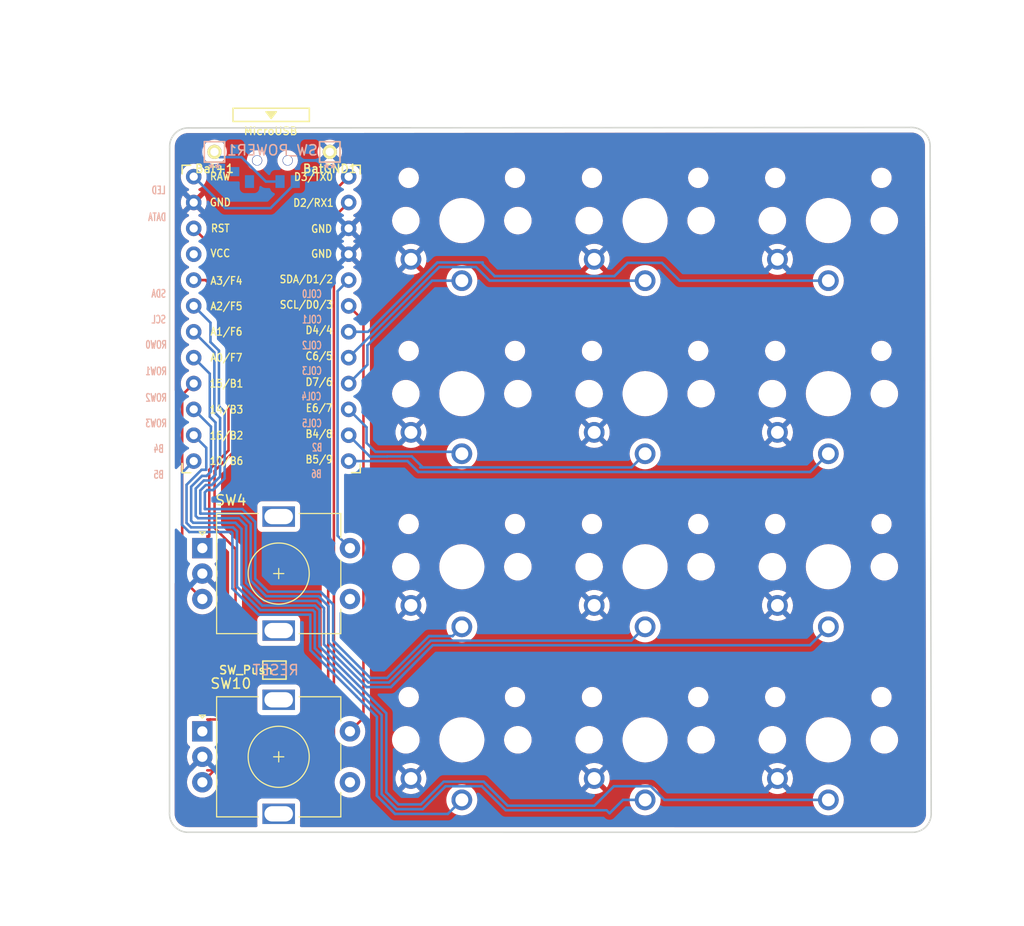
<source format=kicad_pcb>
(kicad_pcb (version 20211014) (generator pcbnew)
  (title_block (title "hypergolic") (date "2020-12-26") (rev "0.1") (company "broomlabs"))
  (layers (0 "F.Cu" signal) (31 "B.Cu" signal) (34 "B.Paste" user) (35 "F.Paste" user) (36 "B.SilkS" user "B.Silkscreen") (37 "F.SilkS" user "F.Silkscreen") (38 "B.Mask" user) (39 "F.Mask" user) (44 "Edge.Cuts" user))
  (net 0 "")
  (net 1 "reset")
  (net 2 "BT+")
  (net 3 "gnd")
  (net 4 "vcc")
  (net 5 "Switch18")
  (net 6 "Switch1")
  (net 7 "Switch2")
  (net 8 "Switch3")
  (net 9 "Switch4")
  (net 10 "Switch5")
  (net 11 "Switch6")
  (net 12 "Switch7")
  (net 13 "Switch8")
  (net 14 "Switch9")
  (net 15 "Switch10")
  (net 16 "Switch11")
  (net 17 "Switch12")
  (net 18 "Switch13")
  (net 19 "Switch14")
  (net 20 "Switch15")
  (net 21 "Switch16")
  (net 22 "Switch17")
  (net 24 "raw")
  (footprint "kbd:ProMicro_v3" (layer "F.Cu") (at 96.27 111.16)
    (fp_text reference "U1" hide)
    (fp_text value "ProMicro-kbd" hide)
    (fp_text user "LED" (at -11.049 -13.1445) (layer "B.SilkS") (effects (font (size 0.75 0.5) (thickness 0.125)) (justify mirror)))
    (fp_text user "ROW3" (at -11.3 9.75) (layer "B.SilkS") (effects (font (size 0.75 0.5) (thickness 0.125)) (justify mirror)))
    (fp_text user "COL4" (at 3.95 7.112) (layer "B.SilkS") (effects (font (size 0.75 0.5) (thickness 0.125)) (justify mirror)))
    (fp_text user "COL1" (at 4 -0.4445) (layer "B.SilkS") (effects (font (size 0.75 0.5) (thickness 0.125)) (justify mirror)))
    (fp_text user "B4" (at -11.049 12.2555) (layer "B.SilkS") (effects (font (size 0.75 0.5) (thickness 0.125)) (justify mirror)))
    (fp_text user "B6" (at 4.445 14.732) (layer "B.SilkS") (effects (font (size 0.75 0.5) (thickness 0.125)) (justify mirror)))
    (fp_text user "DATA" (at -11.2 -10.5) (layer "B.SilkS") (effects (font (size 0.75 0.5) (thickness 0.125)) (justify mirror)))
    (fp_text user "COL2" (at 4 2.1) (layer "B.SilkS") (effects (font (size 0.75 0.5) (thickness 0.125)) (justify mirror)))
    (fp_text user "ROW2" (at -11.3 7.239) (layer "B.SilkS") (effects (font (size 0.75 0.5) (thickness 0.125)) (justify mirror)))
    (fp_text user "B2" (at 4.5085 12.1285) (layer "B.SilkS") (effects (font (size 0.75 0.5) (thickness 0.125)) (justify mirror)))
    (fp_text user "ROW1" (at -11.3 4.6355) (layer "B.SilkS") (effects (font (size 0.75 0.5) (thickness 0.125)) (justify mirror)))
    (fp_text user "COL0" (at 4 -2.95) (layer "B.SilkS") (effects (font (size 0.75 0.5) (thickness 0.125)) (justify mirror)))
    (fp_text user "SCL" (at -11.049 -0.4445) (layer "B.SilkS") (effects (font (size 0.75 0.5) (thickness 0.125)) (justify mirror)))
    (fp_text user "B5" (at -11.049 14.7955) (layer "B.SilkS") (effects (font (size 0.75 0.5) (thickness 0.125)) (justify mirror)))
    (fp_text user "COL5" (at 4 9.75) (layer "B.SilkS") (effects (font (size 0.75 0.5) (thickness 0.125)) (justify mirror)))
    (fp_text user "COL3" (at 4 4.6) (layer "B.SilkS") (effects (font (size 0.75 0.5) (thickness 0.125)) (justify mirror)))
    (fp_text user "SDA" (at -11.049 -2.9845) (layer "B.SilkS") (effects (font (size 0.75 0.5) (thickness 0.125)) (justify mirror)))
    (fp_text user "ROW0" (at -11.3 2.032) (layer "B.SilkS") (effects (font (size 0.75 0.5) (thickness 0.125)) (justify mirror)))
    (fp_text user "E6/7" (at 4.705 8.25 unlocked) (layer "F.SilkS") (effects (font (size 0.75 0.67) (thickness 0.125))))
    (fp_text user "D3/TX0" (at 4.155 -14.45 unlocked) (layer "F.SilkS") (effects (font (size 0.75 0.67) (thickness 0.125))))
    (fp_text user "B4/8" (at 4.705 10.8 unlocked) (layer "F.SilkS") (effects (font (size 0.75 0.67) (thickness 0.125))))
    (fp_text user "D4/4" (at 4.705 0.6 unlocked) (layer "F.SilkS") (effects (font (size 0.75 0.67) (thickness 0.125))))
    (fp_text user "A3/F4" (at -4.395 -4.25 unlocked) (layer "F.SilkS") (effects (font (size 0.75 0.67) (thickness 0.125))))
    (fp_text user "A2/F5" (at -4.395 -1.75 unlocked) (layer "F.SilkS") (effects (font (size 0.75 0.67) (thickness 0.125))))
    (fp_text user "MicroUSB" (at -0.05 -18.95) (layer "F.SilkS") (effects (font (size 0.75 0.75) (thickness 0.12))))
    (fp_text user "10/B6" (at -4.395 13.45 unlocked) (layer "F.SilkS") (effects (font (size 0.75 0.67) (thickness 0.125))))
    (fp_text user "D7/6" (at 4.705 5.7 unlocked) (layer "F.SilkS") (effects (font (size 0.75 0.67) (thickness 0.125))))
    (fp_text user "SDA/D1/2" (at 3.455 -4.4 unlocked) (layer "F.SilkS") (effects (font (size 0.75 0.67) (thickness 0.125))))
    (fp_text user "14/B3" (at -4.395 8.4 unlocked) (layer "F.SilkS") (effects (font (size 0.75 0.67) (thickness 0.125))))
    (fp_text user "MicroUSB" (at -0.05 -18.95) (layer "F.SilkS") (effects (font (size 0.75 0.75) (thickness 0.12))))
    (fp_text user "A1/F6" (at -4.395 0.75 unlocked) (layer "F.SilkS") (effects (font (size 0.75 0.67) (thickness 0.125))))
    (fp_text user "16/B2" (at -4.395 10.95 unlocked) (layer "F.SilkS") (effects (font (size 0.75 0.67) (thickness 0.125))))
    (fp_text user "GND" (at 4.955 -6.9 unlocked) (layer "F.SilkS") (effects (font (size 0.75 0.67) (thickness 0.125))))
    (fp_text user "SCL/D0/3" (at 3.455 -1.9 unlocked) (layer "F.SilkS") (effects (font (size 0.75 0.67) (thickness 0.125))))
    (fp_text user "B5/9" (at 4.705 13.3 unlocked) (layer "F.SilkS") (effects (font (size 0.75 0.67) (thickness 0.125))))
    (fp_text user "RAW" (at -4.995 -14.5 unlocked) (layer "F.SilkS") (effects (font (size 0.75 0.67) (thickness 0.125))))
    (fp_text user "15/B1" (at -4.395 5.85 unlocked) (layer "F.SilkS") (effects (font (size 0.75 0.67) (thickness 0.125))))
    (fp_text user "GND" (at -4.995 -11.95 unlocked) (layer "F.SilkS") (effects (font (size 0.75 0.67) (thickness 0.125))))
    (fp_text user "D2/RX1" (at 4.155 -11.9 unlocked) (layer "F.SilkS") (effects (font (size 0.75 0.67) (thickness 0.125))))
    (fp_text user "A0/F7" (at -4.395 3.3 unlocked) (layer "F.SilkS") (effects (font (size 0.75 0.67) (thickness 0.125))))
    (fp_text user "C6/5" (at 4.705 3.15 unlocked) (layer "F.SilkS") (effects (font (size 0.75 0.67) (thickness 0.125))))
    (fp_text user "VCC" (at -4.995 -6.95 unlocked) (layer "F.SilkS") (effects (font (size 0.75 0.67) (thickness 0.125))))
    (fp_text user "RST" (at -4.995 -9.4 unlocked) (layer "F.SilkS") (effects (font (size 0.75 0.67) (thickness 0.125))))
    (fp_text user "GND" (at 4.955 -9.35 unlocked) (layer "F.SilkS") (effects (font (size 0.75 0.67) (thickness 0.125))))
    (fp_line (start 0 -20.2) (end -0.5 -20.85) (layer "F.SilkS") (width 0.15))
    (fp_line (start 8.75 13.75) (end 8.75 14.6) (layer "F.SilkS") (width 0.15))
    (fp_line (start -8.75 13.7) (end -8.75 14.6) (layer "F.SilkS") (width 0.15))
    (fp_line (start 0.5 -20.85) (end 0 -20.2) (layer "F.SilkS") (width 0.15))
    (fp_line (start 8.75 14.6) (end 7.89 14.6) (layer "F.SilkS") (width 0.15))
    (fp_line (start -0.5 -20.85) (end 0.5 -20.85) (layer "F.SilkS") (width 0.15))
    (fp_line (start -8.75 -15.6) (end -7.9 -15.6) (layer "F.SilkS") (width 0.15))
    (fp_line (start -8.75 14.6) (end -7.9 14.6) (layer "F.SilkS") (width 0.15))
    (fp_line (start 8.75 -15.6) (end 8.75 -14.75) (layer "F.SilkS") (width 0.15))
    (fp_line (start -0.35 -20.7) (end 0.35 -20.7) (layer "F.SilkS") (width 0.15))
    (fp_line (start 3.75 -21.2) (end -3.75 -21.2) (layer "F.SilkS") (width 0.15))
    (fp_line (start 3.75 -19.9) (end 3.75 -21.2) (layer "F.SilkS") (width 0.15))
    (fp_line (start -8.75 -15.6) (end -8.75 -14.75) (layer "F.SilkS") (width 0.15))
    (fp_line (start -3.75 -21.2) (end -3.75 -19.9) (layer "F.SilkS") (width 0.15))
    (fp_line (start -0.15 -20.4) (end 0.15 -20.4) (layer "F.SilkS") (width 0.15))
    (fp_line (start -3.75 -19.9) (end 3.75 -19.9) (layer "F.SilkS") (width 0.15))
    (fp_line (start 8.75 -15.6) (end 7.95 -15.6) (layer "F.SilkS") (width 0.15))
    (fp_line (start -0.25 -20.55) (end 0.25 -20.55) (layer "F.SilkS") (width 0.15))
    (pad "1" thru_hole circle locked (at 7.6114 -14.478) (size 1.524 1.524) (drill 0.8128) (layers *.Cu "B.Mask") (net 15 "Switch10"))
    (pad "2" thru_hole circle locked (at 7.6114 -11.938) (size 1.524 1.524) (drill 0.8128) (layers *.Cu "B.Mask") (net 5 "Switch18"))
    (pad "3" thru_hole circle locked (at 7.6114 -9.398) (size 1.524 1.524) (drill 0.8128) (layers *.Cu "B.Mask") (net 3 "gnd"))
    (pad "4" thru_hole circle locked (at 7.6114 -6.858) (size 1.524 1.524) (drill 0.8128) (layers *.Cu "B.Mask") (net 3 "gnd"))
    (pad "5" thru_hole circle locked (at 7.6114 -4.318) (size 1.524 1.524) (drill 0.8128) (layers *.Cu "B.Mask") (net 16 "Switch11"))
    (pad "6" thru_hole circle locked (at 7.6114 -1.778) (size 1.524 1.524) (drill 0.8128) (layers *.Cu "B.Mask") (net 17 "Switch12"))
    (pad "7" thru_hole circle locked (at 7.6114 0.762) (size 1.524 1.524) (drill 0.8128) (layers *.Cu "B.Mask") (net 18 "Switch13"))
    (pad "8" thru_hole circle locked (at 7.6114 3.302) (size 1.524 1.524) (drill 0.8128) (layers *.Cu "B.Mask") (net 19 "Switch14"))
    (pad "9" thru_hole circle locked (at 7.6114 5.842) (size 1.524 1.524) (drill 0.8128) (layers *.Cu "B.Mask") (net 6 "Switch1"))
    (pad "10" thru_hole circle locked (at 7.6114 8.382) (size 1.524 1.524) (drill 0.8128) (layers *.Cu "B.Mask") (net 20 "Switch15"))
    (pad "11" thru_hole circle locked (at 7.6114 10.922) (size 1.524 1.524) (drill 0.8128) (layers *.Cu "B.Mask") (net 21 "Switch16"))
    (pad "12" thru_hole circle locked (at 7.6114 13.462) (size 1.524 1.524) (drill 0.8128) (layers *.Cu "B.Mask") (net 22 "Switch17"))
    (pad "13" thru_hole circle locked (at -7.6086 13.462) (size 1.524 1.524) (drill 0.8128) (layers *.Cu "B.Mask") (net 14 "Switch9"))
    (pad "14" thru_hole circle locked (at -7.6086 10.922) (size 1.524 1.524) (drill 0.8128) (layers *.Cu "B.Mask") (net 13 "Switch8"))
    (pad "15" thru_hole circle locked (at -7.6086 8.382) (size 1.524 1.524) (drill 0.8128) (layers *.Cu "B.Mask") (net 12 "Switch7"))
    (pad "16" thru_hole circle locked (at -7.6086 5.842) (size 1.524 1.524) (drill 0.8128) (layers *.Cu "B.Mask") (net 11 "Switch6"))
    (pad "17" thru_hole circle locked (at -7.6086 3.302) (size 1.524 1.524) (drill 0.8128) (layers *.Cu "B.Mask") (net 7 "Switch2"))
    (pad "18" thru_hole circle locked (at -7.6086 0.762) (size 1.524 1.524) (drill 0.8128) (layers *.Cu "B.Mask") (net 8 "Switch3"))
    (pad "19" thru_hole circle locked (at -7.6086 -1.778) (size 1.524 1.524) (drill 0.8128) (layers *.Cu "B.Mask") (net 9 "Switch4"))
    (pad "20" thru_hole circle locked (at -7.6086 -4.318) (size 1.524 1.524) (drill 0.8128) (layers *.Cu "B.Mask") (net 10 "Switch5"))
    (pad "21" thru_hole circle locked (at -7.6086 -6.858) (size 1.524 1.524) (drill 0.8128) (layers *.Cu "B.Mask") (net 4 "vcc"))
    (pad "22" thru_hole circle locked (at -7.6086 -9.398) (size 1.524 1.524) (drill 0.8128) (layers *.Cu "B.Mask") (net 1 "reset"))
    (pad "23" thru_hole circle locked (at -7.6086 -11.938) (size 1.524 1.524) (drill 0.8128) (layers *.Cu "B.Mask") (net 3 "gnd"))
    (pad "24" thru_hole circle locked (at -7.6086 -14.478) (size 1.524 1.524) (drill 0.8128) (layers *.Cu "B.Mask") (net 24 "raw"))
  )
  (footprint "Rotary_Encoder:RotaryEncoder_Alps_EC11E-Switch_Vertical_H20mm" (layer "F.Cu") (at 89.51 133.17)
    (fp_text reference "SW4" (at 2.8 -4.7) (layer "F.SilkS"))
    (fp_text value "RotaryEncoder_Switch")
    (fp_line (start 7.5 2) (end 7.5 3) (layer "F.SilkS") (width 0.12))
    (fp_line (start 7 2.5) (end 8 2.5) (layer "F.SilkS") (width 0.12))
    (fp_line (start 13.6 6) (end 13.6 8.4) (layer "F.SilkS") (width 0.12))
    (fp_line (start 0.3 -1.6) (end 0 -1.3) (layer "F.SilkS") (width 0.12))
    (fp_line (start 0 -1.3) (end -0.3 -1.6) (layer "F.SilkS") (width 0.12))
    (fp_line (start 9.5 -3.4) (end 13.6 -3.4) (layer "F.SilkS") (width 0.12))
    (fp_line (start 5.5 -3.4) (end 1.4 -3.4) (layer "F.SilkS") (width 0.12))
    (fp_line (start 5.5 8.4) (end 1.4 8.4) (layer "F.SilkS") (width 0.12))
    (fp_line (start -0.3 -1.6) (end 0.3 -1.6) (layer "F.SilkS") (width 0.12))
    (fp_line (start 13.6 -3.4) (end 13.6 -1) (layer "F.SilkS") (width 0.12))
    (fp_line (start 13.6 8.4) (end 9.5 8.4) (layer "F.SilkS") (width 0.12))
    (fp_line (start 13.6 1.2) (end 13.6 3.8) (layer "F.SilkS") (width 0.12))
    (fp_line (start 1.4 -3.4) (end 1.4 8.4) (layer "F.SilkS") (width 0.12))
    (fp_circle (center 7.5 2.5) (end 10.5 2.5) (layer "F.SilkS") (width 0.12) (fill none))
    (pad "A" thru_hole rect locked (at 0 0) (size 2 2) (drill 1) (layers *.Cu *.Mask) (net 10 "Switch5"))
    (pad "B" thru_hole circle locked (at 0 5) (size 2 2) (drill 1) (layers *.Cu *.Mask) (net 11 "Switch6"))
    (pad "C" thru_hole circle locked (at 0 2.5) (size 2 2) (drill 1) (layers *.Cu *.Mask) (net 3 "gnd"))
    (pad "MP" thru_hole rect locked (at 7.5 8.1) (size 3.2 2) (drill oval 2.8 1.5) (layers *.Cu *.Mask))
    (pad "MP" thru_hole rect locked (at 7.5 -3.1) (size 3.2 2) (drill oval 2.8 1.5) (layers *.Cu *.Mask))
    (pad "S1" thru_hole circle locked (at 14.5 5) (size 2 2) (drill 1) (layers *.Cu *.Mask))
    (pad "S2" thru_hole circle locked (at 14.5 0) (size 2 2) (drill 1) (layers *.Cu *.Mask) (net 16 "Switch11"))
  )
  (footprint "Kailh:SW_PG1350_single_b2" (layer "F.Cu") (at 115 135)
    (fp_text reference "SW8")
    (fp_text value "SW_Push")
    (pad "" np_thru_hole circle locked (at 0 0) (size 3.429 3.429) (drill 3.429) (layers *.Cu *.Mask))
    (pad "" np_thru_hole circle locked (at 5.22 -4.2) (size 0.9906 0.9906) (drill 0.9906) (layers *.Cu *.Mask))
    (pad "" np_thru_hole circle locked (at -5.5 0) (size 1.7018 1.7018) (drill 1.7018) (layers *.Cu *.Mask))
    (pad "" np_thru_hole circle locked (at 5.5 0) (size 1.7018 1.7018) (drill 1.7018) (layers *.Cu *.Mask))
    (pad "" np_thru_hole circle locked (at -5.22 -4.2) (size 0.9906 0.9906) (drill 0.9906) (layers *.Cu *.Mask))
    (pad "1" thru_hole circle locked (at 0 5.9) (size 2.032 2.032) (drill 1.27) (layers *.Cu *.Mask) (net 9 "Switch4"))
    (pad "2" thru_hole circle locked (at -5 3.8) (size 2.032 2.032) (drill 1.27) (layers *.Cu *.Mask) (net 3 "gnd"))
  )
  (footprint "Kailh:SW_PG1350_single_b2" (layer "F.Cu") (at 115 101)
    (fp_text reference "SW1")
    (fp_text value "SW_Push")
    (pad "" np_thru_hole circle locked (at -5.5 0) (size 1.7018 1.7018) (drill 1.7018) (layers *.Cu *.Mask))
    (pad "" np_thru_hole circle locked (at -5.22 -4.2) (size 0.9906 0.9906) (drill 0.9906) (layers *.Cu *.Mask))
    (pad "" np_thru_hole circle locked (at 5.5 0) (size 1.7018 1.7018) (drill 1.7018) (layers *.Cu *.Mask))
    (pad "" np_thru_hole circle locked (at 0 0) (size 3.429 3.429) (drill 3.429) (layers *.Cu *.Mask))
    (pad "" np_thru_hole circle locked (at 5.22 -4.2) (size 0.9906 0.9906) (drill 0.9906) (layers *.Cu *.Mask))
    (pad "1" thru_hole circle locked (at 0 5.9) (size 2.032 2.032) (drill 1.27) (layers *.Cu *.Mask) (net 6 "Switch1"))
    (pad "2" thru_hole circle locked (at -5 3.8) (size 2.032 2.032) (drill 1.27) (layers *.Cu *.Mask) (net 3 "gnd"))
  )
  (footprint "Kailh:SW_PG1350_single_b2" (layer "F.Cu") (at 115 118)
    (fp_text reference "SW5")
    (fp_text value "SW_Push")
    (pad "" np_thru_hole circle locked (at -5.5 0) (size 1.7018 1.7018) (drill 1.7018) (layers *.Cu *.Mask))
    (pad "" np_thru_hole circle locked (at 0 0) (size 3.429 3.429) (drill 3.429) (layers *.Cu *.Mask))
    (pad "" np_thru_hole circle locked (at -5.22 -4.2) (size 0.9906 0.9906) (drill 0.9906) (layers *.Cu *.Mask))
    (pad "" np_thru_hole circle locked (at 5.22 -4.2) (size 0.9906 0.9906) (drill 0.9906) (layers *.Cu *.Mask))
    (pad "" np_thru_hole circle locked (at 5.5 0) (size 1.7018 1.7018) (drill 1.7018) (layers *.Cu *.Mask))
    (pad "1" thru_hole circle locked (at 0 5.9) (size 2.032 2.032) (drill 1.27) (layers *.Cu *.Mask) (net 20 "Switch15"))
    (pad "2" thru_hole circle locked (at -5 3.8) (size 2.032 2.032) (drill 1.27) (layers *.Cu *.Mask) (net 3 "gnd"))
  )
  (footprint "kbd:Jumper" (layer "F.Cu") (at 96.59 145.15)
    (fp_text reference "RSW1" hide)
    (fp_text value "SW_Push" (at -2.794 0) (layer "F.SilkS") (effects (font (size 0.8128 0.8128))))
    (fp_text user "RESET" (at 0.127 0) (layer "B.SilkS") (effects (justify mirror)))
    (fp_line (start -1.143 -0.889) (end 1.143 -0.889) (layer "F.SilkS") (width 0.15))
    (fp_line (start 1.143 -0.889) (end 1.143 0.889) (layer "F.SilkS") (width 0.15))
    (fp_line (start 1.143 0.889) (end -1.143 0.889) (layer "F.SilkS") (width 0.15))
    (fp_line (start -1.143 0.889) (end -1.143 -0.889) (layer "F.SilkS") (width 0.15))
    (pad "1" smd rect locked (at -0.50038 0) (size 0.635 1.143) (layers "F.Cu" "F.Paste" "F.Mask") (net 3 "gnd") (clearance 0.1905))
    (pad "2" smd rect locked (at 0.50038 0) (size 0.635 1.143) (layers "F.Cu" "F.Paste" "F.Mask") (net 1 "reset") (clearance 0.1905))
  )
  (footprint "Kailh:SW_PG1350_single_b2" (layer "F.Cu") (at 151 135)
    (fp_text reference "SW11")
    (fp_text value "SW_Push")
    (pad "" np_thru_hole circle locked (at 0 0) (size 3.429 3.429) (drill 3.429) (layers *.Cu *.Mask))
    (pad "" np_thru_hole circle locked (at -5.22 -4.2) (size 0.9906 0.9906) (drill 0.9906) (layers *.Cu *.Mask))
    (pad "" np_thru_hole circle locked (at 5.22 -4.2) (size 0.9906 0.9906) (drill 0.9906) (layers *.Cu *.Mask))
    (pad "" np_thru_hole circle locked (at 5.5 0) (size 1.7018 1.7018) (drill 1.7018) (layers *.Cu *.Mask))
    (pad "" np_thru_hole circle locked (at -5.5 0) (size 1.7018 1.7018) (drill 1.7018) (layers *.Cu *.Mask))
    (pad "1" thru_hole circle locked (at 0 5.9) (size 2.032 2.032) (drill 1.27) (layers *.Cu *.Mask) (net 7 "Switch2"))
    (pad "2" thru_hole circle locked (at -5 3.8) (size 2.032 2.032) (drill 1.27) (layers *.Cu *.Mask) (net 3 "gnd"))
  )
  (footprint "Kailh:SW_PG1350_single_b2" (layer "F.Cu") (at 115 152)
    (fp_text reference "SW12")
    (fp_text value "SW_Push")
    (pad "" np_thru_hole circle locked (at 5.5 0) (size 1.7018 1.7018) (drill 1.7018) (layers *.Cu *.Mask))
    (pad "" np_thru_hole circle locked (at 0 0) (size 3.429 3.429) (drill 3.429) (layers *.Cu *.Mask))
    (pad "" np_thru_hole circle locked (at 5.22 -4.2) (size 0.9906 0.9906) (drill 0.9906) (layers *.Cu *.Mask))
    (pad "" np_thru_hole circle locked (at -5.5 0) (size 1.7018 1.7018) (drill 1.7018) (layers *.Cu *.Mask))
    (pad "" np_thru_hole circle locked (at -5.22 -4.2) (size 0.9906 0.9906) (drill 0.9906) (layers *.Cu *.Mask))
    (pad "1" thru_hole circle locked (at 0 5.9) (size 2.032 2.032) (drill 1.27) (layers *.Cu *.Mask) (net 14 "Switch9"))
    (pad "2" thru_hole circle locked (at -5 3.8) (size 2.032 2.032) (drill 1.27) (layers *.Cu *.Mask) (net 3 "gnd"))
  )
  (footprint "Kailh:SW_PG1350_single_b2" (layer "F.Cu") (at 133 135)
    (fp_text reference "SW9")
    (fp_text value "SW_Push")
    (pad "" np_thru_hole circle locked (at 5.22 -4.2) (size 0.9906 0.9906) (drill 0.9906) (layers *.Cu *.Mask))
    (pad "" np_thru_hole circle locked (at 0 0) (size 3.429 3.429) (drill 3.429) (layers *.Cu *.Mask))
    (pad "" np_thru_hole circle locked (at -5.5 0) (size 1.7018 1.7018) (drill 1.7018) (layers *.Cu *.Mask))
    (pad "" np_thru_hole circle locked (at -5.22 -4.2) (size 0.9906 0.9906) (drill 0.9906) (layers *.Cu *.Mask))
    (pad "" np_thru_hole circle locked (at 5.5 0) (size 1.7018 1.7018) (drill 1.7018) (layers *.Cu *.Mask))
    (pad "1" thru_hole circle locked (at 0 5.9) (size 2.032 2.032) (drill 1.27) (layers *.Cu *.Mask) (net 8 "Switch3"))
    (pad "2" thru_hole circle locked (at -5 3.8) (size 2.032 2.032) (drill 1.27) (layers *.Cu *.Mask) (net 3 "gnd"))
  )
  (footprint "Rotary_Encoder:RotaryEncoder_Alps_EC11E-Switch_Vertical_H20mm" (layer "F.Cu") (at 89.51 151.17)
    (fp_text reference "SW10" (at 2.8 -4.7) (layer "F.SilkS"))
    (fp_text value "RotaryEncoder_Switch")
    (fp_line (start 13.6 8.4) (end 9.5 8.4) (layer "F.SilkS") (width 0.12))
    (fp_line (start 9.5 -3.4) (end 13.6 -3.4) (layer "F.SilkS") (width 0.12))
    (fp_line (start 0.3 -1.6) (end 0 -1.3) (layer "F.SilkS") (width 0.12))
    (fp_line (start 5.5 -3.4) (end 1.4 -3.4) (layer "F.SilkS") (width 0.12))
    (fp_line (start 13.6 6) (end 13.6 8.4) (layer "F.SilkS") (width 0.12))
    (fp_line (start 1.4 -3.4) (end 1.4 8.4) (layer "F.SilkS") (width 0.12))
    (fp_line (start 0 -1.3) (end -0.3 -1.6) (layer "F.SilkS") (width 0.12))
    (fp_line (start 7.5 2) (end 7.5 3) (layer "F.SilkS") (width 0.12))
    (fp_line (start 5.5 8.4) (end 1.4 8.4) (layer "F.SilkS") (width 0.12))
    (fp_line (start 13.6 1.2) (end 13.6 3.8) (layer "F.SilkS") (width 0.12))
    (fp_line (start -0.3 -1.6) (end 0.3 -1.6) (layer "F.SilkS") (width 0.12))
    (fp_line (start 7 2.5) (end 8 2.5) (layer "F.SilkS") (width 0.12))
    (fp_line (start 13.6 -3.4) (end 13.6 -1) (layer "F.SilkS") (width 0.12))
    (fp_circle (center 7.5 2.5) (end 10.5 2.5) (layer "F.SilkS") (width 0.12) (fill none))
    (pad "A" thru_hole rect locked (at 0 0) (size 2 2) (drill 1) (layers *.Cu *.Mask) (net 15 "Switch10"))
    (pad "B" thru_hole circle locked (at 0 5) (size 2 2) (drill 1) (layers *.Cu *.Mask) (net 5 "Switch18"))
    (pad "C" thru_hole circle locked (at 0 2.5) (size 2 2) (drill 1) (layers *.Cu *.Mask) (net 3 "gnd"))
    (pad "MP" thru_hole rect locked (at 7.5 8.1) (size 3.2 2) (drill oval 2.8 1.5) (layers *.Cu *.Mask))
    (pad "MP" thru_hole rect locked (at 7.5 -3.1) (size 3.2 2) (drill oval 2.8 1.5) (layers *.Cu *.Mask))
    (pad "S1" thru_hole circle locked (at 14.5 5) (size 2 2) (drill 1) (layers *.Cu *.Mask))
    (pad "S2" thru_hole circle locked (at 14.5 0) (size 2 2) (drill 1) (layers *.Cu *.Mask) (net 17 "Switch12"))
  )
  (footprint "kbd:1pin_conn" (layer "F.Cu") (at 102.03 94.25)
    (fp_text reference "BatGND1" (at 0 1.651) (layer "F.SilkS") (effects (font (size 0.8128 0.8128))))
    (fp_text value "MountingHole_Pad" hide)
    (fp_text user "**" (at 0 1.651) (layer "B.SilkS") (effects (font (size 0.8128 0.8128)) (justify mirror)))
    (fp_line (start -1 1) (end -1 -1) (layer "B.SilkS") (width 0.15))
    (fp_line (start 1 -1) (end 1 1) (layer "B.SilkS") (width 0.15))
    (fp_line (start 1 1) (end -1 1) (layer "B.SilkS") (width 0.15))
    (fp_line (start -1 -1) (end 1 -1) (layer "B.SilkS") (width 0.15))
    (fp_line (start 1 1) (end 1 -1) (layer "F.SilkS") (width 0.15))
    (fp_line (start -1 -1) (end -1 1) (layer "F.SilkS") (width 0.15))
    (fp_line (start -1 1) (end 1 1) (layer "F.SilkS") (width 0.15))
    (fp_line (start 1 -1) (end -1 -1) (layer "F.SilkS") (width 0.15))
    (pad "1" thru_hole circle locked (at 0 0) (size 1.397 1.397) (drill 0.8128) (layers *.Cu *.Mask "F.SilkS") (net 3 "gnd"))
  )
  (footprint "Kailh:SW_PG1350_single_b2" (layer "F.Cu") (at 151 101)
    (fp_text reference "SW3")
    (fp_text value "SW_Push")
    (pad "" np_thru_hole circle locked (at 5.5 0) (size 1.7018 1.7018) (drill 1.7018) (layers *.Cu *.Mask))
    (pad "" np_thru_hole circle locked (at -5.22 -4.2) (size 0.9906 0.9906) (drill 0.9906) (layers *.Cu *.Mask))
    (pad "" np_thru_hole circle locked (at 0 0) (size 3.429 3.429) (drill 3.429) (layers *.Cu *.Mask))
    (pad "" np_thru_hole circle locked (at -5.5 0) (size 1.7018 1.7018) (drill 1.7018) (layers *.Cu *.Mask))
    (pad "" np_thru_hole circle locked (at 5.22 -4.2) (size 0.9906 0.9906) (drill 0.9906) (layers *.Cu *.Mask))
    (pad "1" thru_hole circle locked (at 0 5.9) (size 2.032 2.032) (drill 1.27) (layers *.Cu *.Mask) (net 18 "Switch13"))
    (pad "2" thru_hole circle locked (at -5 3.8) (size 2.032 2.032) (drill 1.27) (layers *.Cu *.Mask) (net 3 "gnd"))
  )
  (footprint "kbd:1pin_conn" (layer "F.Cu") (at 90.7 94.25)
    (fp_text reference "Bat+1" (at 0 1.651) (layer "F.SilkS") (effects (font (size 0.8128 0.8128))))
    (fp_text value "MountingHole_Pad" hide)
    (fp_text user "**" (at 0 1.651) (layer "B.SilkS") (effects (font (size 0.8128 0.8128)) (justify mirror)))
    (fp_line (start -1 1) (end -1 -1) (layer "B.SilkS") (width 0.15))
    (fp_line (start 1 1) (end -1 1) (layer "B.SilkS") (width 0.15))
    (fp_line (start -1 -1) (end 1 -1) (layer "B.SilkS") (width 0.15))
    (fp_line (start 1 -1) (end 1 1) (layer "B.SilkS") (width 0.15))
    (fp_line (start 1 -1) (end -1 -1) (layer "F.SilkS") (width 0.15))
    (fp_line (start -1 -1) (end -1 1) (layer "F.SilkS") (width 0.15))
    (fp_line (start 1 1) (end 1 -1) (layer "F.SilkS") (width 0.15))
    (fp_line (start -1 1) (end 1 1) (layer "F.SilkS") (width 0.15))
    (pad "1" thru_hole circle locked (at 0 0) (size 1.397 1.397) (drill 0.8128) (layers *.Cu *.Mask "F.SilkS") (net 2 "BT+"))
  )
  (footprint "Kailh:SW_PG1350_single_b2" (layer "F.Cu") (at 133 152)
    (fp_text reference "SW13")
    (fp_text value "SW_Push")
    (pad "" np_thru_hole circle locked (at -5.5 0) (size 1.7018 1.7018) (drill 1.7018) (layers *.Cu *.Mask))
    (pad "" np_thru_hole circle locked (at -5.22 -4.2) (size 0.9906 0.9906) (drill 0.9906) (layers *.Cu *.Mask))
    (pad "" np_thru_hole circle locked (at 5.22 -4.2) (size 0.9906 0.9906) (drill 0.9906) (layers *.Cu *.Mask))
    (pad "" np_thru_hole circle locked (at 5.5 0) (size 1.7018 1.7018) (drill 1.7018) (layers *.Cu *.Mask))
    (pad "" np_thru_hole circle locked (at 0 0) (size 3.429 3.429) (drill 3.429) (layers *.Cu *.Mask))
    (pad "1" thru_hole circle locked (at 0 5.9) (size 2.032 2.032) (drill 1.27) (layers *.Cu *.Mask) (net 13 "Switch8"))
    (pad "2" thru_hole circle locked (at -5 3.8) (size 2.032 2.032) (drill 1.27) (layers *.Cu *.Mask) (net 3 "gnd"))
  )
  (footprint "Kailh:SW_PG1350_single_b2" (layer "F.Cu") (at 151 152)
    (fp_text reference "SW14")
    (fp_text value "SW_Push")
    (pad "" np_thru_hole circle locked (at 5.22 -4.2) (size 0.9906 0.9906) (drill 0.9906) (layers *.Cu *.Mask))
    (pad "" np_thru_hole circle locked (at 5.5 0) (size 1.7018 1.7018) (drill 1.7018) (layers *.Cu *.Mask))
    (pad "" np_thru_hole circle locked (at 0 0) (size 3.429 3.429) (drill 3.429) (layers *.Cu *.Mask))
    (pad "" np_thru_hole circle locked (at -5.22 -4.2) (size 0.9906 0.9906) (drill 0.9906) (layers *.Cu *.Mask))
    (pad "" np_thru_hole circle locked (at -5.5 0) (size 1.7018 1.7018) (drill 1.7018) (layers *.Cu *.Mask))
    (pad "1" thru_hole circle locked (at 0 5.9) (size 2.032 2.032) (drill 1.27) (layers *.Cu *.Mask) (net 12 "Switch7"))
    (pad "2" thru_hole circle locked (at -5 3.8) (size 2.032 2.032) (drill 1.27) (layers *.Cu *.Mask) (net 3 "gnd"))
  )
  (footprint "Kailh:SW_PG1350_single_b2" (layer "F.Cu") (at 133 101)
    (fp_text reference "SW2")
    (fp_text value "SW_Push")
    (pad "" np_thru_hole circle locked (at 5.5 0) (size 1.7018 1.7018) (drill 1.7018) (layers *.Cu *.Mask))
    (pad "" np_thru_hole circle locked (at -5.5 0) (size 1.7018 1.7018) (drill 1.7018) (layers *.Cu *.Mask))
    (pad "" np_thru_hole circle locked (at 0 0) (size 3.429 3.429) (drill 3.429) (layers *.Cu *.Mask))
    (pad "" np_thru_hole circle locked (at 5.22 -4.2) (size 0.9906 0.9906) (drill 0.9906) (layers *.Cu *.Mask))
    (pad "" np_thru_hole circle locked (at -5.22 -4.2) (size 0.9906 0.9906) (drill 0.9906) (layers *.Cu *.Mask))
    (pad "1" thru_hole circle locked (at 0 5.9) (size 2.032 2.032) (drill 1.27) (layers *.Cu *.Mask) (net 19 "Switch14"))
    (pad "2" thru_hole circle locked (at -5 3.8) (size 2.032 2.032) (drill 1.27) (layers *.Cu *.Mask) (net 3 "gnd"))
  )
  (footprint "Kailh:SW_PG1350_single_b2" (layer "F.Cu") (at 151 118)
    (fp_text reference "SW7")
    (fp_text value "SW_Push")
    (pad "" np_thru_hole circle locked (at 0 0) (size 3.429 3.429) (drill 3.429) (layers *.Cu *.Mask))
    (pad "" np_thru_hole circle locked (at 5.5 0) (size 1.7018 1.7018) (drill 1.7018) (layers *.Cu *.Mask))
    (pad "" np_thru_hole circle locked (at -5.22 -4.2) (size 0.9906 0.9906) (drill 0.9906) (layers *.Cu *.Mask))
    (pad "" np_thru_hole circle locked (at 5.22 -4.2) (size 0.9906 0.9906) (drill 0.9906) (layers *.Cu *.Mask))
    (pad "" np_thru_hole circle locked (at -5.5 0) (size 1.7018 1.7018) (drill 1.7018) (layers *.Cu *.Mask))
    (pad "1" thru_hole circle locked (at 0 5.9) (size 2.032 2.032) (drill 1.27) (layers *.Cu *.Mask) (net 22 "Switch17"))
    (pad "2" thru_hole circle locked (at -5 3.8) (size 2.032 2.032) (drill 1.27) (layers *.Cu *.Mask) (net 3 "gnd"))
  )
  (footprint "Kailh:SW_PG1350_single_b2" (layer "F.Cu") (at 133 118)
    (fp_text reference "SW6")
    (fp_text value "SW_Push")
    (pad "" np_thru_hole circle locked (at 5.22 -4.2) (size 0.9906 0.9906) (drill 0.9906) (layers *.Cu *.Mask))
    (pad "" np_thru_hole circle locked (at 0 0) (size 3.429 3.429) (drill 3.429) (layers *.Cu *.Mask))
    (pad "" np_thru_hole circle locked (at 5.5 0) (size 1.7018 1.7018) (drill 1.7018) (layers *.Cu *.Mask))
    (pad "" np_thru_hole circle locked (at -5.22 -4.2) (size 0.9906 0.9906) (drill 0.9906) (layers *.Cu *.Mask))
    (pad "" np_thru_hole circle locked (at -5.5 0) (size 1.7018 1.7018) (drill 1.7018) (layers *.Cu *.Mask))
    (pad "1" thru_hole circle locked (at 0 5.9) (size 2.032 2.032) (drill 1.27) (layers *.Cu *.Mask) (net 21 "Switch16"))
    (pad "2" thru_hole circle locked (at -5 3.8) (size 2.032 2.032) (drill 1.27) (layers *.Cu *.Mask) (net 3 "gnd"))
  )
  (footprint "Kailh:SPDT_C128955" (layer "B.Cu") (at 96.39 95.09 180)
    (fp_text reference "SW_POWER1" (at 0 1) (layer "B.SilkS") (effects (justify mirror)))
    (fp_text value "SW_SPDT")
    (pad "" np_thru_hole circle locked (at -1.5 0 180) (size 1 1) (drill 0.9) (layers *.Cu *.Mask))
    (pad "" np_thru_hole circle locked (at 1.5 0 180) (size 1 1) (drill 0.9) (layers *.Cu *.Mask))
    (pad "0" smd rect locked (at 3.7 1.1 180) (size 0.9 0.9) (layers "B.Cu" "B.Paste" "B.Mask"))
    (pad "0" smd rect locked (at -3.7 -1.1 180) (size 0.9 0.9) (layers "B.Cu" "B.Paste" "B.Mask"))
    (pad "0" smd rect locked (at 3.7 -1.1 180) (size 0.9 0.9) (layers "B.Cu" "B.Paste" "B.Mask"))
    (pad "0" smd rect locked (at -3.7 1.1 180) (size 0.9 0.9) (layers "B.Cu" "B.Paste" "B.Mask"))
    (pad "1" smd rect locked (at 2.25 -2.075 180) (size 0.9 1.25) (layers "B.Cu" "B.Paste" "B.Mask"))
    (pad "2" smd rect locked (at -0.75 -2.075 180) (size 0.9 1.25) (layers "B.Cu" "B.Paste" "B.Mask") (net 2 "BT+"))
    (pad "3" smd rect locked (at -2.25 -2.075 180) (size 0.9 1.25) (layers "B.Cu" "B.Paste" "B.Mask") (net 24 "raw"))
  )
  (gr_arc (start 88.166218 161.080953) (mid 86.819999 160.55) (end 86.286091 159.20495) (layer "Edge.Cuts") (width 0.15))
  (gr_line (start 161.100953 159.203782) (end 160.993909 93.72505) (layer "Edge.Cuts") (width 0.15))
  (gr_line (start 86.299047 93.776218) (end 86.286091 159.20495) (layer "Edge.Cuts") (width 0.15))
  (gr_line (start 88.166218 161.080953) (end 159.22495 161.083909) (layer "Edge.Cuts") (width 0.15))
  (gr_line (start 159.113782 91.849047) (end 88.17505 91.896091) (layer "Edge.Cuts") (width 0.15))
  (gr_arc (start 86.299047 93.776218) (mid 86.83 92.429999) (end 88.17505 91.896091) (layer "Edge.Cuts") (width 0.15))
  (gr_arc (start 159.113782 91.849047) (mid 160.460001 92.38) (end 160.993909 93.72505) (layer "Edge.Cuts") (width 0.15))
  (gr_arc (start 161.100953 159.203782) (mid 160.57 160.550001) (end 159.22495 161.083909) (layer "Edge.Cuts") (width 0.15))
  (segment (start 92.77 123.91) (end 92.385718 123.91) (width 0.25) (layer "F.Cu") (net 1))
  (segment (start 92.77 105.8706) (end 92.77 123.91) (width 0.25) (layer "F.Cu") (net 1))
  (segment (start 96.83 143.8) (end 97.33 144.3) (width 0.25) (layer "F.Cu") (net 1))
  (segment (start 97.09038 145.15) (end 97.09038 144.53962) (width 0.25) (layer "F.Cu") (net 1))
  (segment (start 92.77 142) (end 92.67 142.1) (width 0.25) (layer "F.Cu") (net 1))
  (segment (start 92.385718 123.91) (end 90.71 125.585718) (width 0.25) (layer "F.Cu") (net 1))
  (segment (start 97.33 144.3) (end 97.486511 144.456511) (width 0.25) (layer "F.Cu") (net 1))
  (segment (start 92.77 133.25) (end 92.77 142) (width 0.25) (layer "F.Cu") (net 1))
  (segment (start 97.09038 144.53962) (end 97.33 144.3) (width 0.25) (layer "F.Cu") (net 1))
  (segment (start 90.71 125.585718) (end 90.71 131.19) (width 0.25) (layer "F.Cu") (net 1))
  (segment (start 90.71 131.19) (end 92.77 133.25) (width 0.25) (layer "F.Cu") (net 1))
  (segment (start 94.37 143.8) (end 96.83 143.8) (width 0.25) (layer "F.Cu") (net 1))
  (segment (start 88.6614 101.762) (end 92.77 105.8706) (width 0.25) (layer "F.Cu") (net 1))
  (segment (start 92.67 142.1) (end 94.37 143.8) (width 0.25) (layer "F.Cu") (net 1))
  (segment (start 97.14 97.165) (end 95.750489 97.165) (width 0.25) (layer "B.Cu") (net 2))
  (segment (start 95.750489 97.165) (end 93.35 94.764511) (width 0.25) (layer "B.Cu") (net 2))
  (segment (start 91.214511 94.764511) (end 90.7 94.25) (width 0.25) (layer "B.Cu") (net 2))
  (segment (start 93.35 94.764511) (end 91.214511 94.764511) (width 0.25) (layer "B.Cu") (net 2))
  (segment (start 91.92 155) (end 90.68 155) (width 0.25) (layer "F.Cu") (net 5))
  (segment (start 102.43 151.76) (end 99.19 155) (width 0.25) (layer "F.Cu") (net 5))
  (segment (start 91.92 155) (end 90 155) (width 0.25) (layer "F.Cu") (net 5))
  (segment (start 90.68 155) (end 89.51 156.17) (width 0.25) (layer "F.Cu") (net 5))
  (segment (start 99.19 155) (end 91.92 155) (width 0.25) (layer "F.Cu") (net 5))
  (segment (start 103.8814 99.222) (end 102.43 100.6734) (width 0.25) (layer "F.Cu") (net 5))
  (segment (start 102.43 100.6734) (end 102.43 151.76) (width 0.25) (layer "F.Cu") (net 5))
  (segment (start 105.724559 113.254559) (end 105.724559 115.158841) (width 0.25) (layer "B.Cu") (net 6))
  (segment (start 105.724559 115.158841) (end 103.8814 117.002) (width 0.25) (layer "B.Cu") (net 6))
  (segment (start 103.8814 117.57717) (end 103.8814 117.002) (width 0.25) (layer "B.Cu") (net 6))
  (segment (start 115 106.9) (end 112.079118 106.9) (width 0.25) (layer "B.Cu") (net 6))
  (segment (start 112.079118 106.9) (end 105.724559 113.254559) (width 0.25) (layer "B.Cu") (net 6))
  (segment (start 93.808559 130.978559) (end 93.808559 136.581405) (width 0.25) (layer "B.Cu") (net 7))
  (segment (start 88.6614 114.462) (end 90.24 116.0406) (width 0.25) (layer "B.Cu") (net 7))
  (segment (start 90.24 120.26) (end 90.802839 120.822839) (width 0.25) (layer "B.Cu") (net 7))
  (segment (start 90.232621 126.527379) (end 89.654057 126.527379) (width 0.25) (layer "B.Cu") (net 7))
  (segment (start 101.458559 142.631405) (end 105.647154 146.82) (width 0.25) (layer "B.Cu") (net 7))
  (segment (start 95.588594 138.36144) (end 100.751916 138.361441) (width 0.25) (layer "B.Cu") (net 7))
  (segment (start 88.85856 127.322876) (end 88.85856 130.01) (width 0.25) (layer "B.Cu") (net 7))
  (segment (start 88.85856 130.01) (end 89.081661 130.233101) (width 0.25) (layer "B.Cu") (net 7))
  (segment (start 101.45856 139.068086) (end 101.458559 139.440481) (width 0.25) (layer "B.Cu") (net 7))
  (segment (start 108.02904 146.82) (end 112.13952 142.70952) (width 0.25) (layer "B.Cu") (net 7))
  (segment (start 112.13952 142.70952) (end 149.19048 142.70952) (width 0.25) (layer "B.Cu") (net 7))
  (segment (start 101.458559 139.440481) (end 101.458559 142.631405) (width 0.25) (layer "B.Cu") (net 7))
  (segment (start 105.647154 146.82) (end 108.02904 146.82) (width 0.25) (layer "B.Cu") (net 7))
  (segment (start 149.19048 142.70952) (end 151 140.9) (width 0.25) (layer "B.Cu") (net 7))
  (segment (start 89.654057 126.527379) (end 88.85856 127.322876) (width 0.25) (layer "B.Cu") (net 7))
  (segment (start 90.802838 125.957162) (end 90.232621 126.527379) (width 0.25) (layer "B.Cu") (net 7))
  (segment (start 93.063101 130.233101) (end 93.808559 130.978559) (width 0.25) (layer "B.Cu") (net 7))
  (segment (start 100.751916 138.361441) (end 101.45856 139.068086) (width 0.25) (layer "B.Cu") (net 7))
  (segment (start 90.802839 120.822839) (end 90.802838 125.957162) (width 0.25) (layer "B.Cu") (net 7))
  (segment (start 93.808559 136.581405) (end 95.588594 138.36144) (width 0.25) (layer "B.Cu") (net 7))
  (segment (start 90.24 116.0406) (end 90.24 120.26) (width 0.25) (layer "B.Cu") (net 7))
  (segment (start 89.081661 130.233101) (end 93.063101 130.233101) (width 0.25) (layer "B.Cu") (net 7))
  (segment (start 100.926192 137.9) (end 101.908079 138.881887) (width 0.25) (layer "B.Cu") (net 8))
  (segment (start 89.321661 129.783581) (end 93.253097 129.783581) (width 0.25) (layer "B.Cu") (net 8))
  (segment (start 105.833352 146.37048) (end 107.842842 146.37048) (width 0.25) (layer "B.Cu") (net 8))
  (segment (start 131.64 142.26) (end 133 140.9) (width 0.25) (layer "B.Cu") (net 8))
  (segment (start 91.252358 126.14336) (end 90.418819 126.976899) (width 0.25) (layer "B.Cu") (net 8))
  (segment (start 95.788079 137.9) (end 100.926192 137.9) (width 0.25) (layer "B.Cu") (net 8))
  (segment (start 90.68952 119.82) (end 91.252359 120.382839) (width 0.25) (layer "B.Cu") (net 8))
  (segment (start 90.418819 126.976899) (end 89.840255 126.976899) (width 0.25) (layer "B.Cu") (net 8))
  (segment (start 101.908079 142.445207) (end 105.833352 146.37048) (width 0.25) (layer "B.Cu") (net 8))
  (segment (start 111.953322 142.26) (end 131.64 142.26) (width 0.25) (layer "B.Cu") (net 8))
  (segment (start 93.253097 129.783581) (end 94.258079 130.788563) (width 0.25) (layer "B.Cu") (net 8))
  (segment (start 94.258079 130.788563) (end 94.258079 136.37) (width 0.25) (layer "B.Cu") (net 8))
  (segment (start 89.30808 127.509074) (end 89.30808 129.77) (width 0.25) (layer "B.Cu") (net 8))
  (segment (start 88.6614 111.922) (end 90.68952 113.95012) (width 0.25) (layer "B.Cu") (net 8))
  (segment (start 89.30808 129.77) (end 89.321661 129.783581) (width 0.25) (layer "B.Cu") (net 8))
  (segment (start 90.68952 113.95012) (end 90.68952 119.82) (width 0.25) (layer "B.Cu") (net 8))
  (segment (start 89.840255 126.976899) (end 89.30808 127.509074) (width 0.25) (layer "B.Cu") (net 8))
  (segment (start 107.842842 146.37048) (end 111.953322 142.26) (width 0.25) (layer "B.Cu") (net 8))
  (segment (start 94.258079 136.37) (end 95.788079 137.9) (width 0.25) (layer "B.Cu") (net 8))
  (segment (start 101.908079 138.881887) (end 101.908079 142.445207) (width 0.25) (layer "B.Cu") (net 8))
  (segment (start 91.252359 120.382839) (end 91.252358 126.14336) (width 0.25) (layer "B.Cu") (net 8))
  (segment (start 93.439295 129.334061) (end 94.707599 130.602366) (width 0.25) (layer "B.Cu") (net 9))
  (segment (start 94.707599 130.602366) (end 94.707599 133.902401) (width 0.25) (layer "B.Cu") (net 9))
  (segment (start 89.764061 129.334061) (end 93.439295 129.334061) (width 0.25) (layer "B.Cu") (net 9))
  (segment (start 91.13904 113.763923) (end 91.13904 119.23) (width 0.25) (layer "B.Cu") (net 9))
  (segment (start 102.357599 142.259009) (end 106.01955 145.92096) (width 0.25) (layer "B.Cu") (net 9))
  (segment (start 115 140.9) (end 114.08952 141.81048) (width 0.25) (layer "B.Cu") (net 9))
  (segment (start 91.701879 119.792839) (end 91.701878 126.329558) (width 0.25) (layer "B.Cu") (net 9))
  (segment (start 90.565 127.466436) (end 89.986436 127.466436) (width 0.25) (layer "B.Cu") (net 9))
  (segment (start 89.986436 127.466436) (end 89.7576 127.695272) (width 0.25) (layer "B.Cu") (net 9))
  (segment (start 95.974277 137.45048) (end 101.112389 137.45048) (width 0.25) (layer "B.Cu") (net 9))
  (segment (start 114.08952 141.81048) (end 111.97952 141.81048) (width 0.25) (layer "B.Cu") (net 9))
  (segment (start 94.707599 136.183802) (end 95.974277 137.45048) (width 0.25) (layer "B.Cu") (net 9))
  (segment (start 94.707599 133.902401) (end 94.707599 136.183802) (width 0.25) (layer "B.Cu") (net 9))
  (segment (start 101.112389 137.45048) (end 102.357599 138.69569) (width 0.25) (layer "B.Cu") (net 9))
  (segment (start 111.767124 141.81048) (end 111.97952 141.81048) (width 0.25) (layer "B.Cu") (net 9))
  (segment (start 88.6614 109.382) (end 90.307559 111.028159) (width 0.25) (layer "B.Cu") (net 9))
  (segment (start 94.707599 133.902401) (end 94.707599 134.127599) (width 0.25) (layer "B.Cu") (net 9))
  (segment (start 91.701878 126.329558) (end 90.565 127.466436) (width 0.25) (layer "B.Cu") (net 9))
  (segment (start 90.307559 112.932441) (end 91.13904 113.763923) (width 0.25) (layer "B.Cu") (net 9))
  (segment (start 89.7576 129.3276) (end 89.764061 129.334061) (width 0.25) (layer "B.Cu") (net 9))
  (segment (start 89.7576 127.695272) (end 89.7576 129.3276) (width 0.25) (layer "B.Cu") (net 9))
  (segment (start 102.357599 138.69569) (end 102.357599 142.259009) (width 0.25) (layer "B.Cu") (net 9))
  (segment (start 91.13904 119.23) (end 91.701879 119.792839) (width 0.25) (layer "B.Cu") (net 9))
  (segment (start 107.656644 145.92096) (end 111.767124 141.81048) (width 0.25) (layer "B.Cu") (net 9))
  (segment (start 106.01955 145.92096) (end 107.656644 145.92096) (width 0.25) (layer "B.Cu") (net 9))
  (segment (start 90.307559 111.028159) (end 90.307559 112.932441) (width 0.25) (layer "B.Cu") (net 9))
  (segment (start 90.19 125.47) (end 90.19 132) (width 0.25) (layer "F.Cu") (net 10))
  (segment (start 90.19 132) (end 90 132) (width 0.25) (layer "F.Cu") (net 10))
  (segment (start 89.51 133.17) (end 89.51 132.68) (width 0.25) (layer "F.Cu") (net 10))
  (segment (start 92.08 109.1) (end 92.08 123.58) (width 0.25) (layer "F.Cu") (net 10))
  (segment (start 89.51 132.68) (end 90.19 132) (width 0.25) (layer "F.Cu") (net 10))
  (segment (start 88.6614 106.842) (end 89.822 106.842) (width 0.25) (layer "F.Cu") (net 10))
  (segment (start 92.08 123.58) (end 90.19 125.47) (width 0.25) (layer "F.Cu") (net 10))
  (segment (start 89.822 106.842) (end 92.08 109.1) (width 0.25) (layer "F.Cu") (net 10))
  (segment (start 87.53 135.65) (end 87.53 136.19) (width 0.25) (layer "F.Cu") (net 11))
  (segment (start 87.53 118.1334) (end 87.53 135.65) (width 0.25) (layer "F.Cu") (net 11))
  (segment (start 88.6614 117.002) (end 87.53 118.1334) (width 0.25) (layer "F.Cu") (net 11))
  (segment (start 87.53 136.19) (end 89.51 138.17) (width 0.25) (layer "F.Cu") (net 11))
  (segment (start 90.353319 121.233919) (end 90.353319 125.652398) (width 0.25) (layer "B.Cu") (net 12))
  (segment (start 88.6614 119.542) (end 90.353319 121.233919) (width 0.25) (layer "B.Cu") (net 12))
  (segment (start 88.40904 130.48) (end 88.611661 130.682621) (width 0.25) (layer "B.Cu") (net 12))
  (segment (start 93.35904 136.767604) (end 95.402396 138.81096) (width 0.25) (layer "B.Cu") (net 12))
  (segment (start 95.402396 138.81096) (end 100.565718 138.81096) (width 0.25) (layer "B.Cu") (net 12))
  (segment (start 88.611661 130.682621) (end 92.756778 130.682621) (width 0.25) (layer "B.Cu") (net 12))
  (segment (start 106.791436 148.6) (end 106.791436 148.601436) (width 0.25) (layer "B.Cu") (net 12))
  (segment (start 119.49722 158.47048) (end 128.01952 158.47048) (width 0.25) (layer "B.Cu") (net 12))
  (segment (start 107.570718 157.139282) (end 108.775718 158.344282) (width 0.25) (layer "B.Cu") (net 12))
  (segment (start 89.467859 126.077859) (end 88.40904 127.136678) (width 0.25) (layer "B.Cu") (net 12))
  (segment (start 101.00904 139.254283) (end 101.00904 142.817604) (width 0.25) (layer "B.Cu") (net 12))
  (segment (start 133.555259 156.559489) (end 129.930511 156.559489) (width 0.25) (layer "B.Cu") (net 12))
  (segment (start 117.136709 156.109969) (end 119.49722 158.47048) (width 0.25) (layer "B.Cu") (net 12))
  (segment (start 93.359039 131.284881) (end 93.35904 136.767604) (width 0.25) (layer "B.Cu") (net 12))
  (segment (start 89.927858 126.077859) (end 89.467859 126.077859) (width 0.25) (layer "B.Cu") (net 12))
  (segment (start 90.353319 125.652398) (end 89.927858 126.077859) (width 0.25) (layer "B.Cu") (net 12))
  (segment (start 106.791436 148.601436) (end 107.58 149.39) (width 0.25) (layer "B.Cu") (net 12))
  (segment (start 101.00904 142.817604) (end 106.791436 148.6) (width 0.25) (layer "B.Cu") (net 12))
  (segment (start 107.58 157.13) (end 107.570718 157.139282) (width 0.25) (layer "B.Cu") (net 12))
  (segment (start 113.214313 156.109969) (end 117.136709 156.109969) (width 0.25) (layer "B.Cu") (net 12))
  (segment (start 100.565718 138.81096) (end 101.00904 139.254283) (width 0.25) (layer "B.Cu") (net 12))
  (segment (start 88.40904 127.136678) (end 88.40904 130.48) (width 0.25) (layer "B.Cu") (net 12))
  (segment (start 129.105 157.385) (end 129.03952 157.45048) (width 0.25) (layer "B.Cu") (net 12))
  (segment (start 107.58 149.39) (end 107.58 157.13) (width 0.25) (layer "B.Cu") (net 12))
  (segment (start 92.756778 130.682621) (end 93.359039 131.284881) (width 0.25) (layer "B.Cu") (net 12))
  (segment (start 129.930511 156.559489) (end 129.105 157.385) (width 0.25) (layer "B.Cu") (net 12))
  (segment (start 110.98 158.344282) (end 113.214313 156.109969) (width 0.25) (layer "B.Cu") (net 12))
  (segment (start 108.775718 158.344282) (end 110.98 158.344282) (width 0.25) (layer "B.Cu") (net 12))
  (segment (start 134.89577 157.9) (end 133.555259 156.559489) (width 0.25) (layer "B.Cu") (net 12))
  (segment (start 151 157.9) (end 134.89577 157.9) (width 0.25) (layer "B.Cu") (net 12))
  (segment (start 128.01952 158.47048) (end 129.105 157.385) (width 0.25) (layer "B.Cu") (net 12))
  (segment (start 92.527859 131.132141) (end 92.90952 131.513803) (width 0.25) (layer "B.Cu") (net 13))
  (segment (start 87.95952 130.693802) (end 88.397859 131.132141) (width 0.25) (layer "B.Cu") (net 13))
  (segment (start 130.83 157.9) (end 133 157.9) (width 0.25) (layer "B.Cu") (net 13))
  (segment (start 107.12 149.565718) (end 107.12 157.324282) (width 0.25) (layer "B.Cu") (net 13))
  (segment (start 89.4347 125.4753) (end 87.95952 126.95048) (width 0.25) (layer "B.Cu") (net 13))
  (segment (start 87.95952 126.95048) (end 87.95952 130.693802) (width 0.25) (layer "B.Cu") (net 13))
  (segment (start 113.400511 156.559489) (end 116.950511 156.559489) (width 0.25) (layer "B.Cu") (net 13))
  (segment (start 100.37952 139.26048) (end 100.55952 139.44048) (width 0.25) (layer "B.Cu") (net 13))
  (segment (start 108.607859 158.812141) (end 111.147859 158.812141) (width 0.25) (layer "B.Cu") (net 13))
  (segment (start 89.8947 125.4753) (end 89.4347 125.4753) (width 0.25) (layer "B.Cu") (net 13))
  (segment (start 89.8947 123.3153) (end 89.8947 125.4753) (width 0.25) (layer "B.Cu") (net 13))
  (segment (start 105.10952 147.553802) (end 105.10952 147.555238) (width 0.25) (layer "B.Cu") (net 13))
  (segment (start 88.6614 122.082) (end 89.8947 123.3153) (width 0.25) (layer "B.Cu") (net 13))
  (segment (start 119.311022 158.92) (end 129.21 158.92) (width 0.25) (layer "B.Cu") (net 13))
  (segment (start 92.90952 136.953802) (end 95.216198 139.26048) (width 0.25) (layer "B.Cu") (net 13))
  (segment (start 95.216198 139.26048) (end 100.37952 139.26048) (width 0.25) (layer "B.Cu") (net 13))
  (segment (start 92.90952 131.513803) (end 92.90952 136.953802) (width 0.25) (layer "B.Cu") (net 13))
  (segment (start 129.21 158.92) (end 129.51 159.22) (width 0.25) (layer "B.Cu") (net 13))
  (segment (start 88.397859 131.132141) (end 92.527859 131.132141) (width 0.25) (layer "B.Cu") (net 13))
  (segment (start 100.55952 143.003802) (end 105.10952 147.553802) (width 0.25) (layer "B.Cu") (net 13))
  (segment (start 116.950511 156.559489) (end 119.311022 158.92) (width 0.25) (layer "B.Cu") (net 13))
  (segment (start 111.147859 158.812141) (end 113.400511 156.559489) (width 0.25) (layer "B.Cu") (net 13))
  (segment (start 105.10952 147.555238) (end 107.12 149.565718) (width 0.25) (layer "B.Cu") (net 13))
  (segment (start 107.12 157.324282) (end 108.607859 158.812141) (width 0.25) (layer "B.Cu") (net 13))
  (segment (start 100.55952 139.44048) (end 100.55952 143.003802) (width 0.25) (layer "B.Cu") (net 13))
  (segment (start 129.51 159.22) (end 130.83 157.9) (width 0.25) (layer "B.Cu") (net 13))
  (segment (start 92.46 131.7) (end 92.46 137.14) (width 0.25) (layer "B.Cu") (net 14))
  (segment (start 106.65 157.49) (end 108.44 159.28) (width 0.25) (layer "B.Cu") (net 14))
  (segment (start 88.22 131.59) (end 92.35 131.59) (width 0.25) (layer "B.Cu") (net 14))
  (segment (start 108.44 159.28) (end 113.62 159.28) (width 0.25) (layer "B.Cu") (net 14))
  (segment (start 87.51 130.88) (end 88.22 131.59) (width 0.25) (layer "B.Cu") (net 14))
  (segment (start 104.66 147.74) (end 104.66 147.75) (width 0.25) (layer "B.Cu") (net 14))
  (segment (start 92.46 137.14) (end 95.03 139.71) (width 0.25) (layer "B.Cu") (net 14))
  (segment (start 104.66 147.75) (end 106.65 149.74) (width 0.25) (layer "B.Cu") (net 14))
  (segment (start 92.35 131.59) (end 92.46 131.7) (width 0.25) (layer "B.Cu") (net 14))
  (segment (start 113.62 159.28) (end 115 157.9) (width 0.25) (layer "B.Cu") (net 14))
  (segment (start 88.6614 124.622) (end 87.51 125.7734) (width 0.25) (layer "B.Cu") (net 14))
  (segment (start 87.51 125.7734) (end 87.51 130.88) (width 0.25) (layer "B.Cu") (net 14))
  (segment (start 100.11 143.19) (end 104.66 147.74) (width 0.25) (layer "B.Cu") (net 14))
  (segment (start 95.03 139.71) (end 100.11 139.71) (width 0.25) (layer "B.Cu") (net 14))
  (segment (start 100.11 139.71) (end 100.11 143.19) (width 0.25) (layer "B.Cu") (net 14))
  (segment (start 106.65 149.74) (end 106.65 157.49) (width 0.25) (layer "B.Cu") (net 14))
  (segment (start 89.51 150.77) (end 90.28 150) (width 0.25) (layer "F.Cu") (net 15))
  (segment (start 101.87 98.6934) (end 101.87 147.72) (width 0.25) (layer "F.Cu") (net 15))
  (segment (start 101.87 147.72) (end 99.59 150) (width 0.25) (layer "F.Cu") (net 15))
  (segment (start 99.59 150) (end 90.28 150) (width 0.25) (layer "F.Cu") (net 15))
  (segment (start 90.28 150) (end 90 150) (width 0.25) (layer "F.Cu") (net 15))
  (segment (start 103.8814 96.682) (end 101.87 98.6934) (width 0.25) (layer "F.Cu") (net 15))
  (segment (start 89.51 151.17) (end 89.51 150.77) (width 0.25) (layer "F.Cu") (net 15))
  (segment (start 102.794889 131.954889) (end 102.794889 107.928511) (width 0.25) (layer "B.Cu") (net 16))
  (segment (start 102.794889 107.928511) (end 103.8814 106.842) (width 0.25) (layer "B.Cu") (net 16))
  (segment (start 104.01 133.17) (end 102.794889 131.954889) (width 0.25) (layer "B.Cu") (net 16))
  (segment (start 105.334511 110.835111) (end 103.8814 109.382) (width 0.25) (layer "F.Cu") (net 17))
  (segment (start 105.334511 149.845489) (end 105.334511 110.835111) (width 0.25) (layer "F.Cu") (net 17))
  (segment (start 104.01 151.17) (end 105.334511 149.845489) (width 0.25) (layer "F.Cu") (net 17))
  (segment (start 117.040031 105.270031) (end 117.040031 105.109969) (width 0.25) (layer "B.Cu") (net 18))
  (segment (start 118.22048 106.45048) (end 117.040031 105.270031) (width 0.25) (layer "B.Cu") (net 18))
  (segment (start 151 106.9) (end 136.4 106.9) (width 0.25) (layer "B.Cu") (net 18))
  (segment (start 129.98952 106.45048) (end 118.22048 106.45048) (width 0.25) (layer "B.Cu") (net 18))
  (segment (start 105.785682 111.922) (end 103.8814 111.922) (width 0.25) (layer "B.Cu") (net 18))
  (segment (start 131.29 105.15) (end 129.98952 106.45048) (width 0.25) (layer "B.Cu") (net 18))
  (segment (start 112.597713 105.109969) (end 105.785682 111.922) (width 0.25) (layer "B.Cu") (net 18))
  (segment (start 134.65 105.15) (end 131.29 105.15) (width 0.25) (layer "B.Cu") (net 18))
  (segment (start 136.4 106.9) (end 134.65 105.15) (width 0.25) (layer "B.Cu") (net 18))
  (segment (start 117.040031 105.109969) (end 112.597713 105.109969) (width 0.25) (layer "B.Cu") (net 18))
  (segment (start 116.389489 105.559489) (end 117.73 106.9) (width 0.25) (layer "B.Cu") (net 19))
  (segment (start 112.783911 105.559489) (end 116.389489 105.559489) (width 0.25) (layer "B.Cu") (net 19))
  (segment (start 103.8814 114.462) (end 112.783911 105.559489) (width 0.25) (layer "B.Cu") (net 19))
  (segment (start 117.73 106.9) (end 133 106.9) (width 0.25) (layer "B.Cu") (net 19))
  (segment (start 115 123.9) (end 114.81048 123.71048) (width 0.25) (layer "B.Cu") (net 20))
  (segment (start 105.6397 122.8397) (end 105.6397 121.3003) (width 0.25) (layer "B.Cu") (net 20))
  (segment (start 106.51048 123.71048) (end 105.6397 122.8397) (width 0.25) (layer "B.Cu") (net 20))
  (segment (start 105.6397 121.3003) (end 103.8814 119.542) (width 0.25) (layer "B.Cu") (net 20))
  (segment (start 114.81048 123.71048) (end 106.51048 123.71048) (width 0.25) (layer "B.Cu") (net 20))
  (segment (start 133 123.9) (end 131.659489 125.240511) (width 0.25) (layer "B.Cu") (net 21))
  (segment (start 111.159489 125.240511) (end 110.909023 125.240511) (width 0.25) (layer "B.Cu") (net 21))
  (segment (start 105.97188 124.17248) (end 107.65752 124.17248) (width 0.25) (layer "B.Cu") (net 21))
  (segment (start 103.8814 122.082) (end 105.97188 124.17248) (width 0.25) (layer "B.Cu") (net 21))
  (segment (start 110.078978 124.16) (end 111.159489 125.240511) (width 0.25) (layer "B.Cu") (net 21))
  (segment (start 107.65752 124.17248) (end 107.67 124.16) (width 0.25) (layer "B.Cu") (net 21))
  (segment (start 107.67 124.16) (end 110.078978 124.16) (width 0.25) (layer "B.Cu") (net 21))
  (segment (start 131.659489 125.240511) (end 111.159489 125.240511) (width 0.25) (layer "B.Cu") (net 21))
  (segment (start 149.209969 125.690031) (end 151 123.9) (width 0.25) (layer "B.Cu") (net 22))
  (segment (start 109.654794 124.622) (end 110.722825 125.690031) (width 0.25) (layer "B.Cu") (net 22))
  (segment (start 103.8814 124.622) (end 109.654794 124.622) (width 0.25) (layer "B.Cu") (net 22))
  (segment (start 110.722825 125.690031) (end 149.209969 125.690031) (width 0.25) (layer "B.Cu") (net 22))
  (segment (start 96.2 99.78) (end 98.64 97.34) (width 0.25) (layer "B.Cu") (net 24))
  (segment (start 91.7594 99.78) (end 96.2 99.78) (width 0.25) (layer "B.Cu") (net 24))
  (segment (start 98.64 97.34) (end 98.64 97.165) (width 0.25) (layer "B.Cu") (net 24))
  (segment (start 88.6614 96.682) (end 91.7594 99.78) (width 0.25) (layer "B.Cu") (net 24))
  (zone (net 3) (net_name "gnd") (layer "F.Cu") (connect_pads (clearance 0.508)) (min_thickness 0.254) (fill yes (thermal_gap 0.508) (thermal_bridge_width 0.508))
    (polygon (pts (xy 170.22 170.3) (xy 69.67 169.81) (xy 70.29 79.77) (xy 169.85 79.53)))
  )
  (zone (net 3) (net_name "gnd") (layer "B.Cu") (connect_pads (clearance 0.508)) (min_thickness 0.254) (fill yes (thermal_gap 0.508) (thermal_bridge_width 0.508))
    (polygon (pts (xy 170.183767 170.100162) (xy 69.633767 169.610162) (xy 70.253767 79.570162) (xy 169.813767 79.330162)))
  )
)
</source>
